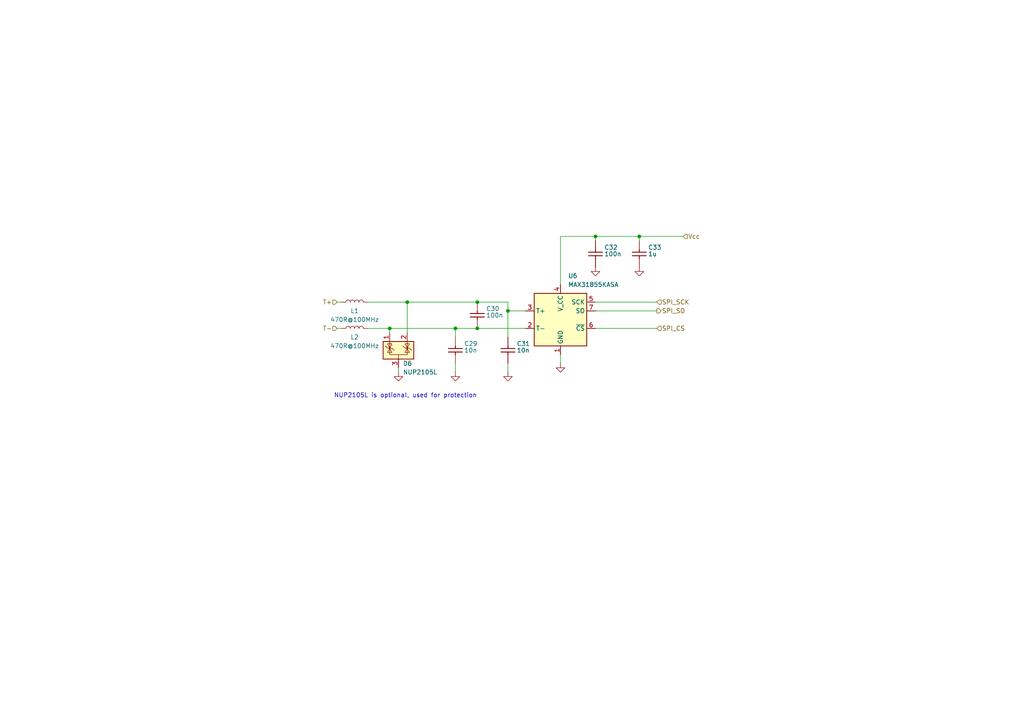
<source format=kicad_sch>
(kicad_sch (version 20231120) (generator "eeschema") (generator_version "8.0")
  (paper "A4")
  (lib_symbols
    (symbol "Device:L" (pin_numbers hide) (pin_names (offset 1.016) hide)
      (property "Reference" "L" (at -1.27 0 90))
      (property "Value" "L" (at 1.905 0 90))
      (symbol "L_0_1"
        (arc (start 0 -2.54) (mid 0.6323 -1.905) (end 0 -1.27))
        (arc (start 0 -1.27) (mid 0.6323 -0.635) (end 0 0))
        (arc (start 0 0) (mid 0.6323 0.635) (end 0 1.27))
        (arc (start 0 1.27) (mid 0.6323 1.905) (end 0 2.54))
      )
      (symbol "L_1_1"
        (pin passive line (at 0 3.81 270) (length 1.27) (name "1") (number "1"))
        (pin passive line (at 0 -3.81 90) (length 1.27) (name "2") (number "2"))
      )
    )
    (symbol "MAX31855KASA_1"
      (property "Reference" "U" (at -7.62 8.89 0))
      (property "Value" "MAX31855KASA" (at 1.27 8.89 0))
      (symbol "MAX31855KASA_1_0_1"
        (rectangle (start -7.62 7.62) (end 7.62 -7.62) (stroke (width 0.254)) (fill (type background)))
      )
      (symbol "MAX31855KASA_1_1_1"
        (pin power_in line (at 0 -10.16 90) (length 2.54) (name "GND") (number "1"))
        (pin passive line (at -10.16 -2.54 0) (length 2.54) (name "T-") (number "2"))
        (pin passive line (at -10.16 2.54 0) (length 2.54) (name "T+") (number "3"))
        (pin power_in line (at 0 10.16 270) (length 2.54) (name "V_CC") (number "4"))
        (pin input line (at 10.16 5.08 180) (length 2.54) (name "SCK") (number "5"))
        (pin input line (at 10.16 -2.54 180) (length 2.54) (name "~{CS}") (number "6"))
        (pin tri_state line (at 10.16 2.54 180) (length 2.54) (name "SO") (number "7"))
      )
    )
    (symbol "Power_Protection:NUP2105L" (pin_names hide)
      (property "Reference" "D" (at 5.715 2.54 0))
      (property "Value" "NUP2105L" (at 5.715 0.635 0))
      (symbol "NUP2105L_0_0"
        (pin passive line (at 0 -5.08 90) (length 2.54) (name "A") (number "3"))
      )
      (symbol "NUP2105L_0_1"
        (rectangle (start -4.445 2.54) (end 4.445 -2.54) (stroke (width 0.254)) (fill (type background)))
        (polyline (pts (xy -2.54 2.54) (xy -2.54 0.635)))
        (polyline (pts (xy 0 -1.27) (xy 0 -2.54)))
        (polyline (pts (xy 2.54 2.54) (xy 2.54 0.635)))
        (polyline (pts (xy -3.81 1.27) (xy -3.175 0.635) (xy -1.905 0.635) (xy -1.27 0)))
        (polyline (pts (xy -2.54 0.635) (xy -2.54 -1.27) (xy 2.54 -1.27) (xy 2.54 0.635)))
        (polyline (pts (xy -2.54 0.635) (xy -1.905 -0.635) (xy -3.175 -0.635) (xy -2.54 0.635)))
        (polyline (pts (xy 2.54 0.635) (xy 1.905 -0.635) (xy 3.175 -0.635) (xy 2.54 0.635)))
        (polyline (pts (xy 2.54 0.635) (xy 3.175 1.905) (xy 1.905 1.905) (xy 2.54 0.635)))
        (polyline (pts (xy -2.54 0.635) (xy -3.175 1.905) (xy -1.905 1.905) (xy -2.54 0.635) (xy -2.54 1.27)))
        (polyline (pts (xy 1.27 1.27) (xy 1.905 0.635) (xy 2.54 0.635) (xy 3.175 0.635) (xy 3.81 0)))
      )
      (symbol "NUP2105L_1_1"
        (pin passive line (at -2.54 5.08 270) (length 2.54) (name "K") (number "1"))
        (pin passive line (at 2.54 5.08 270) (length 2.54) (name "K") (number "2"))
      )
    )
    (symbol "hellen-one-common:Cap" (pin_numbers hide)
      (property "Reference" "C" (at -3.81 2.54 0))
      (property "Value" "Cap" (at -2.54 -1.27 0))
      (symbol "Cap_1_0"
        (polyline (pts (xy -1.27 0) (xy -0.508 0)) (stroke (width 0.254)))
        (polyline (pts (xy -0.508 -2.032) (xy -0.508 2.032)) (stroke (width 0.254)))
        (polyline (pts (xy 0.508 2.032) (xy 0.508 -2.032)) (stroke (width 0.254)))
        (polyline (pts (xy 1.27 0) (xy 0.508 0)) (stroke (width 0.254)))
        (pin passive line (at -3.81 0 0) (length 2.54) (name "") (number "1"))
        (pin passive line (at 3.81 0 180) (length 2.54) (name "") (number "2"))
      )
    )
    (symbol "power:GND" (power) (pin_numbers hide) (pin_names (offset 0) hide)
      (property "Value" "GND" (at 0 -3.81 0))
      (symbol "GND_0_1"
        (polyline (pts (xy 0 0) (xy 0 -1.27) (xy 1.27 -1.27) (xy 0 -2.54) (xy -1.27 -1.27) (xy 0 -1.27)))
      )
      (symbol "GND_1_1"
        (pin power_in line (at 0 0 270) (length 0) (name "~") (number "1"))
      )
    )
  )
  (junction (at 147.32 90.17))
  (junction (at 118.11 87.63))
  (junction (at 185.42 68.58))
  (junction (at 113.03 95.25))
  (junction (at 132.08 95.25))
  (junction (at 138.43 87.63))
  (junction (at 172.72 68.58))
  (junction (at 138.43 95.25))
  (wire (pts (xy 138.43 95.25) (xy 152.4 95.25)))
  (wire (pts (xy 185.42 68.58) (xy 185.42 69.85)))
  (wire (pts (xy 172.72 95.25) (xy 190.5 95.25)))
  (wire (pts (xy 118.11 87.63) (xy 138.43 87.63)))
  (wire (pts (xy 172.72 68.58) (xy 172.72 69.85)))
  (wire (pts (xy 97.79 87.63) (xy 99.06 87.63)))
  (wire (pts (xy 106.68 95.25) (xy 113.03 95.25)))
  (wire (pts (xy 147.32 105.41) (xy 147.32 107.95)))
  (wire (pts (xy 147.32 90.17) (xy 147.32 97.79)))
  (wire (pts (xy 97.79 95.25) (xy 99.06 95.25)))
  (wire (pts (xy 113.03 95.25) (xy 132.08 95.25)))
  (wire (pts (xy 118.11 87.63) (xy 118.11 96.52)))
  (wire (pts (xy 172.72 68.58) (xy 185.42 68.58)))
  (wire (pts (xy 132.08 105.41) (xy 132.08 107.95)))
  (wire (pts (xy 172.72 90.17) (xy 190.5 90.17)))
  (wire (pts (xy 185.42 68.58) (xy 198.12 68.58)))
  (wire (pts (xy 115.57 107.95) (xy 115.57 106.68)))
  (wire (pts (xy 138.43 87.63) (xy 147.32 87.63)))
  (wire (pts (xy 106.68 87.63) (xy 118.11 87.63)))
  (wire (pts (xy 147.32 90.17) (xy 152.4 90.17)))
  (wire (pts (xy 132.08 95.25) (xy 138.43 95.25)))
  (wire (pts (xy 162.56 102.87) (xy 162.56 105.41)))
  (wire (pts (xy 132.08 95.25) (xy 132.08 97.79)))
  (wire (pts (xy 147.32 87.63) (xy 147.32 90.17)))
  (wire (pts (xy 172.72 87.63) (xy 190.5 87.63)))
  (wire (pts (xy 162.56 68.58) (xy 172.72 68.58)))
  (wire (pts (xy 113.03 95.25) (xy 113.03 96.52)))
  (wire (pts (xy 162.56 82.55) (xy 162.56 68.58)))
  (text "NUP2105L is optional, used for protection" (at 117.602 114.808 0) (effects (font (size 1.27 1.27))))
  (hierarchical_label "Vcc" (shape input) (at 198.12 68.58 0))
  (hierarchical_label "SPI_SCK" (shape input) (at 190.5 87.63 0))
  (hierarchical_label "SPI_CS" (shape input) (at 190.5 95.25 0))
  (hierarchical_label "SPI_SO" (shape output) (at 190.5 90.17 0))
  (hierarchical_label "T-" (shape input) (at 97.79 95.25 180))
  (hierarchical_label "T+" (shape input) (at 97.79 87.63 180))
  (symbol (lib_name "MAX31855KASA_1") (lib_id "Sensor_Temperature:MAX31855KASA") (at 162.56 92.71 0) (unit 1)
    (property "Reference" "U6" (at 164.7541 80.01 0) (effects (justify left)))
    (property "Value" "MAX31855KASA" (at 164.7541 82.55 0) (effects (justify left)))
    (property "Footprint" "Package_SO:SOIC-8_3.9x4.9mm_P1.27mm" (effects (hide yes)))
    (property "Datasheet" "http://datasheets.maximintegrated.com/en/ds/MAX31855.pdf" (effects (hide yes)))
    (property "LCSC" "C52028" (effects (hide yes)))
  )
  (symbol (lib_id "Device:L") (at 102.87 95.25 90) (unit 1)
    (property "Reference" "L2" (at 102.87 97.79 90))
    (property "Value" "470R@100MHz" (at 102.87 100.33 90))
    (property "Footprint" "Inductor_SMD:L_0603_1608Metric" (effects (hide yes)))
    (property "LCSC" "C97853" (effects (hide yes)))
  )
  (symbol (lib_id "hellen-one-common:Cap") (at 172.72 73.66 90) (unit 1)
    (property "Reference" "C32" (at 175.26 71.755 90) (effects (justify right)))
    (property "Value" "100n" (at 175.26 73.66 90) (effects (justify right)))
    (property "Footprint" "hellen-one-common:C0603" (effects (hide yes)))
    (property "LCSC" "C14663" (effects (hide yes)))
  )
  (symbol (lib_id "power:GND") (at 132.08 107.95 0) (unit 1)
    (property "Reference" "#PWR0120" (effects (hide yes)))
    (property "Value" "GND" (effects (hide yes)))
    (property "Description" "Power symbol creates a global label with name \"GND\" , ground" (effects (hide yes)))
  )
  (symbol (lib_id "power:GND") (at 172.72 77.47 0) (unit 1)
    (property "Reference" "#PWR0123" (effects (hide yes)))
    (property "Value" "GND" (effects (hide yes)))
    (property "Description" "Power symbol creates a global label with name \"GND\" , ground" (effects (hide yes)))
  )
  (symbol (lib_id "hellen-one-common:Cap") (at 185.42 73.66 90) (unit 1)
    (property "Reference" "C33" (at 187.96 71.755 90) (effects (justify right)))
    (property "Value" "1u" (at 187.96 73.66 90) (effects (justify right)))
    (property "Footprint" "hellen-one-common:C0603" (effects (hide yes)))
    (property "LCSC" "C15849" (effects (hide yes)))
  )
  (symbol (lib_id "power:GND") (at 162.56 105.41 0) (unit 1)
    (property "Reference" "#PWR0122" (effects (hide yes)))
    (property "Value" "GND" (effects (hide yes)))
    (property "Description" "Power symbol creates a global label with name \"GND\" , ground" (effects (hide yes)))
  )
  (symbol (lib_id "hellen-one-common:Cap") (at 138.43 91.44 90) (unit 1)
    (property "Reference" "C30" (at 140.97 89.535 90) (effects (justify right)))
    (property "Value" "100n" (at 140.97 91.44 90) (effects (justify right)))
    (property "Footprint" "hellen-one-common:C0603" (effects (hide yes)))
    (property "LCSC" "C14663" (effects (hide yes)))
  )
  (symbol (lib_id "hellen-one-common:Cap") (at 132.08 101.6 90) (unit 1)
    (property "Reference" "C29" (at 134.62 99.695 90) (effects (justify right)))
    (property "Value" "10n" (at 134.62 101.6 90) (effects (justify right)))
    (property "Footprint" "hellen-one-common:C0603" (effects (hide yes)))
    (property "LCSC" "C57112" (effects (hide yes)))
  )
  (symbol (lib_id "power:GND") (at 147.32 107.95 0) (unit 1)
    (property "Reference" "#PWR0121" (effects (hide yes)))
    (property "Value" "GND" (effects (hide yes)))
    (property "Description" "Power symbol creates a global label with name \"GND\" , ground" (effects (hide yes)))
  )
  (symbol (lib_id "power:GND") (at 185.42 77.47 0) (unit 1)
    (property "Reference" "#PWR0124" (effects (hide yes)))
    (property "Value" "GND" (effects (hide yes)))
    (property "Description" "Power symbol creates a global label with name \"GND\" , ground" (effects (hide yes)))
  )
  (symbol (lib_id "Power_Protection:NUP2105L") (at 115.57 101.6 0) (unit 1)
    (property "Reference" "D6" (at 116.84 105.41 0) (effects (justify left)))
    (property "Value" "NUP2105L" (at 116.84 107.95 0) (effects (justify left)))
    (property "Footprint" "Package_TO_SOT_SMD:SOT-23" (effects (hide yes)))
    (property "Datasheet" "http://www.onsemi.com/pub_link/Collateral/NUP2105L-D.PDF" (effects (hide yes)))
    (property "LCSC" "C284104" (effects (hide yes)))
  )
  (symbol (lib_id "hellen-one-common:Cap") (at 147.32 101.6 90) (unit 1)
    (property "Reference" "C31" (at 149.86 99.695 90) (effects (justify right)))
    (property "Value" "10n" (at 149.86 101.6 90) (effects (justify right)))
    (property "Footprint" "hellen-one-common:C0603" (effects (hide yes)))
    (property "LCSC" "C57112" (effects (hide yes)))
  )
  (symbol (lib_id "Device:L") (at 102.87 87.63 90) (unit 1)
    (property "Reference" "L1" (at 102.87 90.17 90))
    (property "Value" "470R@100MHz" (at 102.87 92.71 90))
    (property "Footprint" "Inductor_SMD:L_0603_1608Metric" (effects (hide yes)))
    (property "LCSC" "C97853" (effects (hide yes)))
  )
  (symbol (lib_id "power:GND") (at 115.57 107.95 0) (unit 1)
    (property "Reference" "#PWR0119" (effects (hide yes)))
    (property "Value" "GND" (effects (hide yes)))
    (property "Description" "Power symbol creates a global label with name \"GND\" , ground" (effects (hide yes)))
  )
)
</source>
